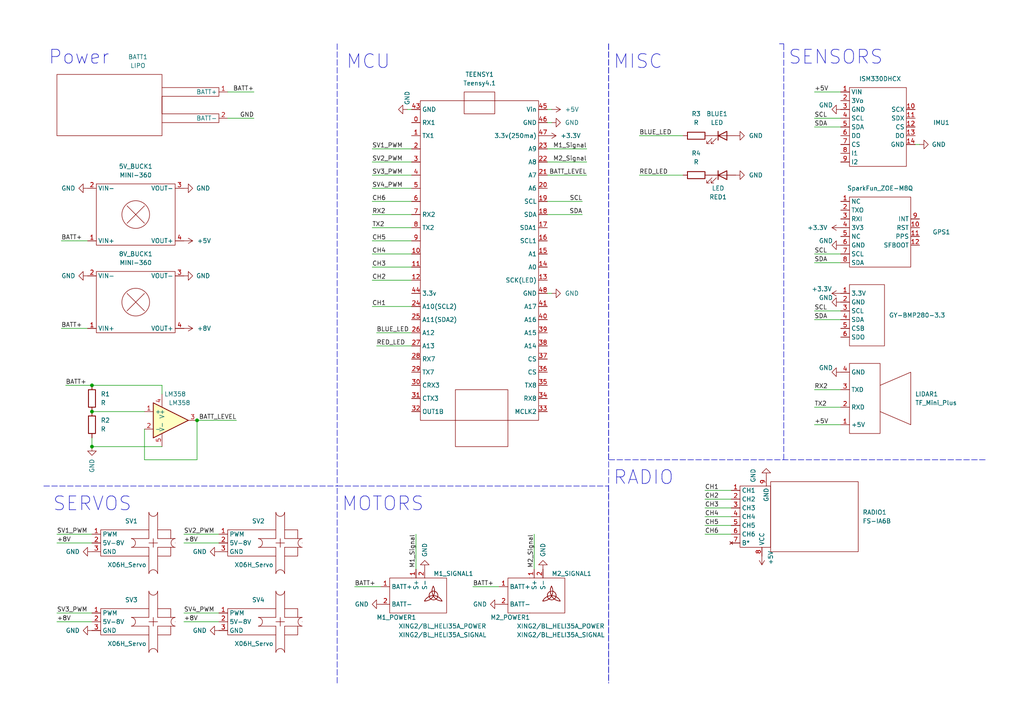
<source format=kicad_sch>
(kicad_sch (version 20211123) (generator eeschema)
  (paper "A4")
  (lib_symbols
    (symbol "ContraHopperSymbols:FS-IA6B"
      (property "Reference" "U" (at 0 -2.54 0))
      (property "Value" "FS-IA6B" (at 0 -5.08 0))
      (symbol "FS-IA6B_0_1"
        (rectangle (start -10.16 7.62) (end 10.16 -17.78))
        (rectangle (start -8.89 16.51) (end 8.89 7.62))
      )
      (symbol "FS-IA6B_1_1"
        (pin bidirectional line (at 7.62 19.05 270) (length 2.54) (name "CH1") (number "1"))
        (pin bidirectional line (at 5.08 19.05 270) (length 2.54) (name "CH2") (number "2"))
        (pin bidirectional line (at 2.54 19.05 270) (length 2.54) (name "CH3") (number "3"))
        (pin bidirectional line (at 0 19.05 270) (length 2.54) (name "CH4") (number "4"))
        (pin bidirectional line (at -2.54 19.05 270) (length 2.54) (name "CH5") (number "5"))
        (pin bidirectional line (at -5.08 19.05 270) (length 2.54) (name "CH6") (number "6"))
        (pin no_connect line (at -7.62 19.05 270) (length 2.54) (name "B*") (number "7"))
        (pin input line (at -11.43 10.16 0) (length 2.54) (name "VCC") (number "8"))
        (pin bidirectional line (at 11.43 8.89 180) (length 2.54) (name "GND") (number "9"))
      )
    )
    (symbol "ContraHopperSymbols:GY-BMP280-3.3"
      (property "Value" "GY-BMP280-3.3" (at 0 6.35 0))
      (symbol "GY-BMP280-3.3_0_1"
        (rectangle (start -8.89 -1.27) (end 8.89 8.89))
      )
      (symbol "GY-BMP280-3.3_1_1"
        (pin input line (at -6.35 -3.81 90) (length 2.54) (name "3.3V") (number "1"))
        (pin bidirectional line (at -3.81 -3.81 90) (length 2.54) (name "GND") (number "2"))
        (pin bidirectional line (at -1.27 -3.81 90) (length 2.54) (name "SCL") (number "3"))
        (pin bidirectional line (at 1.27 -3.81 90) (length 2.54) (name "SDA") (number "4"))
        (pin bidirectional line (at 3.81 -3.81 90) (length 2.54) (name "CSB") (number "5"))
        (pin bidirectional line (at 6.35 -3.81 90) (length 2.54) (name "SDO") (number "6"))
      )
    )
    (symbol "ContraHopperSymbols:ISM330DHCX"
      (property "Reference" "U" (at 0 2.54 0))
      (property "Value" "ISM330DHCX" (at 0 0 0))
      (symbol "ISM330DHCX_0_1"
        (rectangle (start -11.43 8.89) (end 11.43 -7.62))
      )
      (symbol "ISM330DHCX_1_1"
        (pin input line (at -10.16 -10.16 90) (length 2.54) (name "VIN") (number "1"))
        (pin bidirectional line (at -5.08 11.43 270) (length 2.54) (name "SCX") (number "10"))
        (pin bidirectional line (at -2.54 11.43 270) (length 2.54) (name "SDX") (number "11"))
        (pin bidirectional line (at 0 11.43 270) (length 2.54) (name "CS") (number "12"))
        (pin bidirectional line (at 2.54 11.43 270) (length 2.54) (name "DO") (number "13"))
        (pin bidirectional line (at 5.08 11.43 270) (length 2.54) (name "GND") (number "14"))
        (pin input line (at -7.62 -10.16 90) (length 2.54) (name "3Vo") (number "2"))
        (pin bidirectional line (at -5.08 -10.16 90) (length 2.54) (name "GND") (number "3"))
        (pin bidirectional line (at -2.54 -10.16 90) (length 2.54) (name "SCL") (number "4"))
        (pin bidirectional line (at 0 -10.16 90) (length 2.54) (name "SDA") (number "5"))
        (pin bidirectional line (at 2.54 -10.16 90) (length 2.54) (name "DO") (number "6"))
        (pin bidirectional line (at 5.08 -10.16 90) (length 2.54) (name "CS") (number "7"))
        (pin bidirectional line (at 7.62 -10.16 90) (length 2.54) (name "I1") (number "8"))
        (pin bidirectional line (at 10.16 -10.16 90) (length 2.54) (name "I2") (number "9"))
      )
    )
    (symbol "ContraHopperSymbols:LIPO"
      (property "Reference" "U" (at -5.08 -17.78 0))
      (property "Value" "LIPO" (at 0 -17.78 0))
      (symbol "LIPO_0_1"
        (rectangle (start -8.89 15.24) (end 8.89 -15.24))
        (polyline (pts (xy -5.08 15.24) (xy -5.08 31.75) (xy -2.54 31.75) (xy -2.54 15.24) (xy 2.54 15.24) (xy 2.54 31.75) (xy 5.08 31.75) (xy 5.08 15.24)))
      )
      (symbol "LIPO_1_1"
        (pin output line (at -3.81 34.29 270) (length 2.54) (name "BATT+") (number "1"))
        (pin bidirectional line (at 3.81 34.29 270) (length 2.54) (name "BATT-") (number "2"))
      )
    )
    (symbol "ContraHopperSymbols:LM358"
      (property "Reference" "U" (at 2.54 5.08 0))
      (property "Value" "LM358" (at 7.62 -6.35 0))
      (symbol "LM358_0_1"
        (polyline (pts (xy 7.62 0) (xy -2.54 5.08) (xy -2.54 -5.08) (xy 7.62 0)) (stroke (width 0.254)) (fill (type background)))
      )
      (symbol "LM358_1_1"
        (pin bidirectional line (at -5.08 2.54 0) (length 2.54) (name "+") (number "1"))
        (pin bidirectional line (at -5.08 -2.54 0) (length 2.54) (name "-") (number "2"))
        (pin bidirectional line (at 10.16 0 180) (length 2.54) (name "~") (number "3"))
        (pin input line (at 0 7.62 270) (length 3.81) (name "V+") (number "4"))
        (pin bidirectional line (at 0 -7.62 90) (length 3.81) (name "V-") (number "5"))
      )
    )
    (symbol "ContraHopperSymbols:MINI-360"
      (property "Reference" "U" (at 5.08 -10.16 0))
      (property "Value" "MINI-360" (at -1.27 -10.16 0))
      (symbol "MINI-360_0_1"
        (circle (center -0.635 0.635) (radius 4.0161))
        (polyline (pts (xy -3.175 -1.905) (xy 1.905 3.175)))
        (polyline (pts (xy -3.175 3.175) (xy 1.905 -1.905)))
        (rectangle (start 10.795 9.525) (end -12.065 -8.255))
      )
      (symbol "MINI-360_1_1"
        (pin input line (at -14.605 -6.985 0) (length 2.54) (name "VIN+") (number "1"))
        (pin bidirectional line (at -14.605 8.255 0) (length 2.54) (name "VIN-") (number "2"))
        (pin bidirectional line (at 13.335 8.255 180) (length 2.54) (name "VOUT-") (number "3"))
        (pin output line (at 13.335 -6.985 180) (length 2.54) (name "VOUT+") (number "4"))
      )
    )
    (symbol "ContraHopperSymbols:SparkFun_ZOE-M8Q"
      (property "Reference" "U" (at 0 -13.97 0))
      (property "Value" "SparkFun_ZOE-M8Q" (at 0 -11.43 0))
      (symbol "SparkFun_ZOE-M8Q_0_1"
        (rectangle (start 8.89 10.16) (end -8.89 -10.16))
      )
      (symbol "SparkFun_ZOE-M8Q_1_1"
        (pin bidirectional line (at -11.43 8.89 0) (length 2.54) (name "NC") (number "1"))
        (pin bidirectional line (at 11.43 1.27 180) (length 2.54) (name "RST") (number "10"))
        (pin bidirectional line (at 11.43 -1.27 180) (length 2.54) (name "PPS") (number "11"))
        (pin bidirectional line (at 11.43 -3.81 180) (length 2.54) (name "SFBOOT") (number "12"))
        (pin bidirectional line (at -11.43 6.35 0) (length 2.54) (name "TXO") (number "2"))
        (pin bidirectional line (at -11.43 3.81 0) (length 2.54) (name "RXI") (number "3"))
        (pin input line (at -11.43 1.27 0) (length 2.54) (name "3V3") (number "4"))
        (pin bidirectional line (at -11.43 -1.27 0) (length 2.54) (name "NC") (number "5"))
        (pin bidirectional line (at -11.43 -3.81 0) (length 2.54) (name "GND") (number "6"))
        (pin bidirectional line (at -11.43 -6.35 0) (length 2.54) (name "SCL") (number "7"))
        (pin bidirectional line (at -11.43 -8.89 0) (length 2.54) (name "SDA") (number "8"))
        (pin bidirectional line (at 11.43 3.81 180) (length 2.54) (name "INT") (number "9"))
      )
    )
    (symbol "ContraHopperSymbols:TF_Mini_Plus"
      (property "Reference" "U" (at 12.7 5.08 0))
      (property "Value" "TF_Mini_Plus" (at 0 -1.27 0))
      (symbol "TF_Mini_Plus_0_1"
        (rectangle (start -10.16 5.08) (end 10.16 -3.81))
        (polyline (pts (xy -3.81 -3.81) (xy -7.62 -12.7)))
        (polyline (pts (xy -7.62 -12.7) (xy 7.62 -12.7) (xy 3.81 -3.81) (xy 3.81 -3.81)))
      )
      (symbol "TF_Mini_Plus_1_1"
        (pin input line (at -7.62 7.62 270) (length 2.54) (name "+5V") (number "1"))
        (pin bidirectional line (at -2.54 7.62 270) (length 2.54) (name "RXD") (number "2"))
        (pin bidirectional line (at 2.54 7.62 270) (length 2.54) (name "TXD") (number "3"))
        (pin bidirectional line (at 7.62 7.62 270) (length 2.54) (name "GND") (number "4"))
      )
    )
    (symbol "ContraHopperSymbols:Teensy4.1"
      (property "Reference" "U" (at 0 -1.27 0))
      (property "Value" "Teensy4.1" (at 0 -3.81 0))
      (symbol "Teensy4.1_0_0"
        (text "" (at 16.51 20.32 0) (effects (font (size 1.27 1.27))))
      )
      (symbol "Teensy4.1_0_1"
        (rectangle (start -17.78 45.72) (end 16.51 -46.99))
        (rectangle (start -7.62 -38.1) (end 7.62 -54.61))
        (rectangle (start -5.08 41.91) (end 3.81 48.26))
      )
      (symbol "Teensy4.1_1_1"
        (pin bidirectional line (at -20.32 39.37 0) (length 2.54) (name "RX1") (number "0"))
        (pin bidirectional line (at -20.32 35.56 0) (length 2.54) (name "TX1") (number "1"))
        (pin bidirectional line (at -20.32 1.27 0) (length 2.54) (name "") (number "10"))
        (pin bidirectional line (at -20.32 -2.54 0) (length 2.54) (name "") (number "11"))
        (pin bidirectional line (at -20.32 -6.35 0) (length 2.54) (name "") (number "12"))
        (pin bidirectional line (at 19.05 -6.35 180) (length 2.54) (name "SCK(LED)") (number "13"))
        (pin bidirectional line (at 19.05 -2.54 180) (length 2.54) (name "A0") (number "14"))
        (pin bidirectional line (at 19.05 1.27 180) (length 2.54) (name "A1") (number "15"))
        (pin bidirectional line (at 19.05 5.08 180) (length 2.54) (name "SCL1") (number "16"))
        (pin bidirectional line (at 19.05 8.89 180) (length 2.54) (name "SDA1") (number "17"))
        (pin bidirectional line (at 19.05 12.7 180) (length 2.54) (name "SDA") (number "18"))
        (pin bidirectional line (at 19.05 16.51 180) (length 2.54) (name "SCL") (number "19"))
        (pin bidirectional line (at -20.32 31.75 0) (length 2.54) (name "") (number "2"))
        (pin bidirectional line (at 19.05 20.32 180) (length 2.54) (name "A6") (number "20"))
        (pin bidirectional line (at 19.05 24.13 180) (length 2.54) (name "A7") (number "21"))
        (pin bidirectional line (at 19.05 27.94 180) (length 2.54) (name "A8") (number "22"))
        (pin bidirectional line (at 19.05 31.75 180) (length 2.54) (name "A9") (number "23"))
        (pin bidirectional line (at -20.32 -13.97 0) (length 2.54) (name "A10(SCL2)") (number "24"))
        (pin bidirectional line (at -20.32 -17.78 0) (length 2.54) (name "A11(SDA2)") (number "25"))
        (pin bidirectional line (at -20.32 -21.59 0) (length 2.54) (name "A12") (number "26"))
        (pin bidirectional line (at -20.32 -25.4 0) (length 2.54) (name "A13") (number "27"))
        (pin bidirectional line (at -20.32 -29.21 0) (length 2.54) (name "RX7") (number "28"))
        (pin bidirectional line (at -20.32 -33.02 0) (length 2.54) (name "TX7") (number "29"))
        (pin bidirectional line (at -20.32 27.94 0) (length 2.54) (name "") (number "3"))
        (pin bidirectional line (at -20.32 -36.83 0) (length 2.54) (name "CRX3") (number "30"))
        (pin bidirectional line (at -20.32 -40.64 0) (length 2.54) (name "CTX3") (number "31"))
        (pin bidirectional line (at -20.32 -44.45 0) (length 2.54) (name "OUT1B") (number "32"))
        (pin bidirectional line (at 19.05 -44.45 180) (length 2.54) (name "MCLK2") (number "33"))
        (pin bidirectional line (at 19.05 -40.64 180) (length 2.54) (name "RX8") (number "34"))
        (pin bidirectional line (at 19.05 -36.83 180) (length 2.54) (name "TX8") (number "35"))
        (pin bidirectional line (at 19.05 -33.02 180) (length 2.54) (name "CS") (number "36"))
        (pin bidirectional line (at 19.05 -29.21 180) (length 2.54) (name "CS") (number "37"))
        (pin bidirectional line (at 19.05 -25.4 180) (length 2.54) (name "A14") (number "38"))
        (pin bidirectional line (at 19.05 -21.59 180) (length 2.54) (name "A15") (number "39"))
        (pin bidirectional line (at -20.32 24.13 0) (length 2.54) (name "") (number "4"))
        (pin bidirectional line (at 19.05 -17.78 180) (length 2.54) (name "A16") (number "40"))
        (pin bidirectional line (at 19.05 -13.97 180) (length 2.54) (name "A17") (number "41"))
        (pin bidirectional line (at -20.32 43.18 0) (length 2.54) (name "GND") (number "43"))
        (pin bidirectional line (at -20.32 -10.16 0) (length 2.54) (name "3.3v") (number "44"))
        (pin input line (at 19.05 43.18 180) (length 2.54) (name "Vin") (number "45"))
        (pin bidirectional line (at 19.05 39.37 180) (length 2.54) (name "GND") (number "46"))
        (pin output line (at 19.05 35.56 180) (length 2.54) (name "3.3v(250ma)") (number "47"))
        (pin bidirectional line (at 19.05 -10.16 180) (length 2.54) (name "GND") (number "48"))
        (pin bidirectional line (at -20.32 20.32 0) (length 2.54) (name "") (number "5"))
        (pin bidirectional line (at -20.32 16.51 0) (length 2.54) (name "") (number "6"))
        (pin bidirectional line (at -20.32 12.7 0) (length 2.54) (name "RX2") (number "7"))
        (pin bidirectional line (at -20.32 8.89 0) (length 2.54) (name "TX2") (number "8"))
        (pin bidirectional line (at -20.32 5.08 0) (length 2.54) (name "") (number "9"))
      )
    )
    (symbol "ContraHopperSymbols:X06H_Servo"
      (property "Reference" "U" (at -6.35 6.35 0))
      (property "Value" "X06H_Servo" (at -7.62 -6.35 0))
      (symbol "X06H_Servo_0_1"
        (arc (start -6.35 -1.27) (mid -4.9996 0) (end -6.35 1.27))
        (arc (start -1.27 8.89) (mid 0 7.5124) (end 1.27 8.89))
        (polyline (pts (xy -1.27 -8.89) (xy -1.27 -1.27)))
        (polyline (pts (xy -1.27 -1.27) (xy -6.35 -1.27)))
        (polyline (pts (xy -1.27 0) (xy 1.27 0)))
        (polyline (pts (xy -1.27 1.27) (xy -6.35 1.27)))
        (polyline (pts (xy -1.27 1.27) (xy -1.27 8.89)))
        (polyline (pts (xy 0 -1.27) (xy 0 1.27)))
        (polyline (pts (xy 1.27 -1.27) (xy 1.27 -8.89)))
        (polyline (pts (xy 1.27 -1.27) (xy 6.35 -1.27)))
        (polyline (pts (xy 1.27 1.27) (xy 6.35 1.27)))
        (polyline (pts (xy 1.27 3.81) (xy 5.08 3.81)))
        (polyline (pts (xy 1.27 8.89) (xy 1.27 1.27)))
        (polyline (pts (xy 5.08 3.81) (xy 5.08 1.27)))
        (polyline (pts (xy 5.08 -1.27) (xy 5.08 -3.81) (xy 1.27 -3.81)))
        (polyline (pts (xy -1.27 -3.81) (xy -15.24 -3.81) (xy -15.24 3.81) (xy -1.27 3.81)))
        (arc (start 1.27 -8.89) (mid 0 -7.4459) (end -1.27 -8.89))
        (arc (start 6.35 0) (mid 6.35 0) (end 6.35 0))
        (arc (start 6.35 1.27) (mid 4.9995 0) (end 6.35 -1.27))
      )
      (symbol "X06H_Servo_1_1"
        (pin bidirectional line (at -17.78 2.54 0) (length 2.54) (name "PWM") (number "1"))
        (pin input line (at -17.78 0 0) (length 2.54) (name "5V-8V") (number "2"))
        (pin bidirectional line (at -17.78 -2.54 0) (length 2.54) (name "GND") (number "3"))
      )
    )
    (symbol "ContraHopperSymbols:XING2{slash}BL_HELI35A_POWER"
      (property "Reference" "U" (at 8.89 8.89 0))
      (property "Value" "XING2{slash}BL_HELI35A_POWER" (at 2.54 -7.62 0))
      (symbol "XING2{slash}BL_HELI35A_POWER_0_0"
        (circle (center 6.35 0) (radius 1.27))
      )
      (symbol "XING2{slash}BL_HELI35A_POWER_0_1"
        (polyline (pts (xy 0 -5.08) (xy -6.35 -5.08) (xy -6.35 5.08) (xy 0 5.08)))
        (arc (start 3.743 -1.5967) (mid 6.2816 -0.1839) (end 6.283 2.7213))
        (arc (start 6.283 2.7213) (mid 6.3298 -0.1573) (end 8.823 -1.5967))
        (arc (start 8.823 -1.5967) (mid 6.283 -0.0269) (end 3.743 -1.5967))
      )
      (symbol "XING2{slash}BL_HELI35A_POWER_1_1"
        (pin input line (at -8.89 2.54 0) (length 2.54) (name "BATT+") (number "1"))
        (pin bidirectional line (at -8.89 -2.54 0) (length 2.54) (name "BATT-") (number "2"))
      )
    )
    (symbol "ContraHopperSymbols:XING2{slash}BL_HELI35A_SIGNAL"
      (property "Reference" "U" (at 8.89 8.89 0))
      (property "Value" "XING2{slash}BL_HELI35A_SIGNAL" (at 2.54 -7.62 0))
      (symbol "XING2{slash}BL_HELI35A_SIGNAL_0_0"
        (circle (center 6.35 0) (radius 1.27))
      )
      (symbol "XING2{slash}BL_HELI35A_SIGNAL_0_1"
        (polyline (pts (xy 0 -5.08) (xy 10.16 -5.08) (xy 10.16 5.08) (xy 0 5.08)))
        (arc (start 3.743 -1.5967) (mid 6.2816 -0.1839) (end 6.283 2.7213))
        (arc (start 6.283 2.7213) (mid 6.3298 -0.1573) (end 8.823 -1.5967))
        (arc (start 8.823 -1.5967) (mid 6.283 -0.0269) (end 3.743 -1.5967))
      )
      (symbol "XING2{slash}BL_HELI35A_SIGNAL_1_1"
        (pin bidirectional line (at 1.27 7.62 270) (length 2.54) (name "S+") (number "1"))
        (pin bidirectional line (at 3.81 7.62 270) (length 2.54) (name "S-") (number "2"))
      )
    )
    (symbol "Device:LED" (pin_numbers hide) (pin_names (offset 1.016) hide)
      (property "Reference" "D" (at 0 2.54 0))
      (property "Value" "LED" (at 0 -2.54 0))
      (symbol "LED_0_1"
        (polyline (pts (xy -1.27 -1.27) (xy -1.27 1.27)) (stroke (width 0.254)))
        (polyline (pts (xy -1.27 0) (xy 1.27 0)))
        (polyline (pts (xy 1.27 -1.27) (xy 1.27 1.27) (xy -1.27 0) (xy 1.27 -1.27)) (stroke (width 0.254)))
        (polyline (pts (xy -3.048 -0.762) (xy -4.572 -2.286) (xy -3.81 -2.286) (xy -4.572 -2.286) (xy -4.572 -1.524)))
        (polyline (pts (xy -1.778 -0.762) (xy -3.302 -2.286) (xy -2.54 -2.286) (xy -3.302 -2.286) (xy -3.302 -1.524)))
      )
      (symbol "LED_1_1"
        (pin passive line (at -3.81 0 0) (length 2.54) (name "K") (number "1"))
        (pin passive line (at 3.81 0 180) (length 2.54) (name "A") (number "2"))
      )
    )
    (symbol "Device:R" (pin_numbers hide) (pin_names (offset 0))
      (property "Reference" "R" (at 2.032 0 90))
      (property "Value" "R" (at 0 0 90))
      (symbol "R_0_1"
        (rectangle (start -1.016 -2.54) (end 1.016 2.54) (stroke (width 0.254)))
      )
      (symbol "R_1_1"
        (pin passive line (at 0 3.81 270) (length 1.27) (name "~") (number "1"))
        (pin passive line (at 0 -3.81 90) (length 1.27) (name "~") (number "2"))
      )
    )
    (symbol "XING2{slash}BL_HELI35A_POWER_1"
      (property "Reference" "U" (at 8.89 8.89 0))
      (property "Value" "XING2{slash}BL_HELI35A_POWER_1" (at 2.54 -7.62 0))
      (symbol "XING2{slash}BL_HELI35A_POWER_1_0_0"
        (circle (center 6.35 0) (radius 1.27))
      )
      (symbol "XING2{slash}BL_HELI35A_POWER_1_0_1"
        (polyline (pts (xy 0 -5.08) (xy -6.35 -5.08) (xy -6.35 5.08) (xy 0 5.08)))
        (arc (start 3.743 -1.5967) (mid 6.2816 -0.1839) (end 6.283 2.7213))
        (arc (start 6.283 2.7213) (mid 6.3298 -0.1573) (end 8.823 -1.5967))
        (arc (start 8.823 -1.5967) (mid 6.283 -0.0269) (end 3.743 -1.5967))
      )
      (symbol "XING2{slash}BL_HELI35A_POWER_1_1_1"
        (pin input line (at -8.89 2.54 0) (length 2.54) (name "BATT+") (number "1"))
        (pin bidirectional line (at -8.89 -2.54 0) (length 2.54) (name "BATT-") (number "2"))
      )
    )
    (symbol "power:+3.3V" (power) (pin_names (offset 0))
      (property "Value" "+3.3V" (at 0 3.556 0))
      (symbol "+3.3V_0_1"
        (polyline (pts (xy -0.762 1.27) (xy 0 2.54)))
        (polyline (pts (xy 0 0) (xy 0 2.54)))
        (polyline (pts (xy 0 2.54) (xy 0.762 1.27)))
      )
      (symbol "+3.3V_1_1"
        (pin power_in line (at 0 0 90) (length 0) hide (name "+3.3V") (number "1"))
      )
    )
    (symbol "power:+5V" (power) (pin_names (offset 0))
      (property "Value" "+5V" (at 0 3.556 0))
      (symbol "+5V_0_1"
        (polyline (pts (xy -0.762 1.27) (xy 0 2.54)))
        (polyline (pts (xy 0 0) (xy 0 2.54)))
        (polyline (pts (xy 0 2.54) (xy 0.762 1.27)))
      )
      (symbol "+5V_1_1"
        (pin power_in line (at 0 0 90) (length 0) hide (name "+5V") (number "1"))
      )
    )
    (symbol "power:+8V" (power) (pin_names (offset 0))
      (property "Value" "+8V" (at 0 3.556 0))
      (symbol "+8V_0_1"
        (polyline (pts (xy -0.762 1.27) (xy 0 2.54)))
        (polyline (pts (xy 0 0) (xy 0 2.54)))
        (polyline (pts (xy 0 2.54) (xy 0.762 1.27)))
      )
      (symbol "+8V_1_1"
        (pin power_in line (at 0 0 90) (length 0) hide (name "+8V") (number "1"))
      )
    )
    (symbol "power:GND" (power) (pin_names (offset 0))
      (property "Value" "GND" (at 0 -3.81 0))
      (symbol "GND_0_1"
        (polyline (pts (xy 0 0) (xy 0 -1.27) (xy 1.27 -1.27) (xy 0 -2.54) (xy -1.27 -1.27) (xy 0 -1.27)))
      )
      (symbol "GND_1_1"
        (pin power_in line (at 0 0 270) (length 0) hide (name "GND") (number "1"))
      )
    )
  )
  (junction (at 57.15 121.92))
  (junction (at 26.67 129.54))
  (junction (at 26.67 111.76))
  (junction (at 26.67 119.38))
  (wire (pts (xy 107.95 69.85) (xy 119.38 69.85)))
  (wire (pts (xy 107.95 54.61) (xy 119.38 54.61)))
  (wire (pts (xy 66.04 34.29) (xy 73.66 34.29)))
  (wire (pts (xy 109.22 100.33) (xy 119.38 100.33)))
  (wire (pts (xy 110.49 170.18) (xy 102.87 170.18)))
  (wire (pts (xy 107.95 81.28) (xy 119.38 81.28)))
  (wire (pts (xy 26.67 119.38) (xy 41.91 119.38)))
  (wire (pts (xy 144.78 170.18) (xy 137.16 170.18)))
  (wire (pts (xy 63.5 180.34) (xy 53.34 180.34)))
  (wire (pts (xy 63.5 177.8) (xy 53.34 177.8)))
  (wire (pts (xy 212.09 152.4) (xy 204.47 152.4)))
  (wire (pts (xy 107.95 77.47) (xy 119.38 77.47)))
  (wire (pts (xy 154.94 165.1) (xy 154.94 154.94)))
  (wire (pts (xy 107.95 58.42) (xy 119.38 58.42)))
  (wire (pts (xy 185.42 50.8) (xy 198.12 50.8)))
  (wire (pts (xy 107.95 88.9) (xy 119.38 88.9)))
  (wire (pts (xy 212.09 154.94) (xy 204.47 154.94)))
  (wire (pts (xy 243.84 118.11) (xy 236.22 118.11)))
  (polyline (pts (xy 227.33 133.35) (xy 227.33 12.7)))
  (wire (pts (xy 26.67 154.94) (xy 16.51 154.94)))
  (wire (pts (xy 236.22 73.66) (xy 243.84 73.66)))
  (polyline (pts (xy 285.75 133.35) (xy 176.53 133.35)))
  (wire (pts (xy 236.22 76.2) (xy 243.84 76.2)))
  (polyline (pts (xy 176.53 12.7) (xy 176.53 133.35)))
  (wire (pts (xy 57.15 133.35) (xy 41.91 133.35)))
  (wire (pts (xy 243.84 123.19) (xy 236.22 123.19)))
  (wire (pts (xy 160.02 85.09) (xy 158.75 85.09)))
  (wire (pts (xy 236.22 90.17) (xy 243.84 90.17)))
  (wire (pts (xy 46.99 111.76) (xy 46.99 114.3)))
  (polyline (pts (xy 97.79 140.97) (xy 176.53 140.97)))
  (polyline (pts (xy 97.79 12.7) (xy 97.79 140.97)))
  (wire (pts (xy 107.95 43.18) (xy 119.38 43.18)))
  (polyline (pts (xy 176.53 12.7) (xy 176.53 198.12)))
  (wire (pts (xy 107.95 46.99) (xy 119.38 46.99)))
  (wire (pts (xy 107.95 66.04) (xy 119.38 66.04)))
  (wire (pts (xy 25.4 69.85) (xy 17.78 69.85)))
  (wire (pts (xy 118.11 31.75) (xy 119.38 31.75)))
  (wire (pts (xy 109.22 96.52) (xy 119.38 96.52)))
  (wire (pts (xy 26.67 180.34) (xy 16.51 180.34)))
  (polyline (pts (xy 97.79 198.12) (xy 97.79 140.97)))
  (wire (pts (xy 25.4 95.25) (xy 17.78 95.25)))
  (wire (pts (xy 243.84 113.03) (xy 236.22 113.03)))
  (wire (pts (xy 26.67 111.76) (xy 19.05 111.76)))
  (wire (pts (xy 266.7 41.91) (xy 265.43 41.91)))
  (wire (pts (xy 158.75 50.8) (xy 170.18 50.8)))
  (wire (pts (xy 158.75 31.75) (xy 160.02 31.75)))
  (wire (pts (xy 158.75 62.23) (xy 168.91 62.23)))
  (wire (pts (xy 107.95 62.23) (xy 119.38 62.23)))
  (wire (pts (xy 212.09 142.24) (xy 204.47 142.24)))
  (wire (pts (xy 57.15 121.92) (xy 57.15 133.35)))
  (wire (pts (xy 236.22 36.83) (xy 243.84 36.83)))
  (wire (pts (xy 236.22 34.29) (xy 243.84 34.29)))
  (wire (pts (xy 212.09 144.78) (xy 204.47 144.78)))
  (polyline (pts (xy 226.06 12.7) (xy 227.33 12.7)))
  (wire (pts (xy 46.99 129.54) (xy 26.67 129.54)))
  (wire (pts (xy 236.22 26.67) (xy 243.84 26.67)))
  (wire (pts (xy 63.5 157.48) (xy 53.34 157.48)))
  (polyline (pts (xy 12.7 140.97) (xy 97.79 140.97)))
  (wire (pts (xy 66.04 26.67) (xy 73.66 26.67)))
  (wire (pts (xy 26.67 111.76) (xy 46.99 111.76)))
  (wire (pts (xy 107.95 50.8) (xy 119.38 50.8)))
  (wire (pts (xy 170.18 46.99) (xy 158.75 46.99)))
  (wire (pts (xy 212.09 149.86) (xy 204.47 149.86)))
  (wire (pts (xy 63.5 154.94) (xy 53.34 154.94)))
  (wire (pts (xy 57.15 121.92) (xy 68.58 121.92)))
  (wire (pts (xy 236.22 92.71) (xy 243.84 92.71)))
  (wire (pts (xy 41.91 133.35) (xy 41.91 124.46)))
  (wire (pts (xy 160.02 35.56) (xy 158.75 35.56)))
  (wire (pts (xy 26.67 129.54) (xy 26.67 127)))
  (wire (pts (xy 212.09 147.32) (xy 204.47 147.32)))
  (wire (pts (xy 170.18 43.18) (xy 158.75 43.18)))
  (wire (pts (xy 158.75 58.42) (xy 168.91 58.42)))
  (wire (pts (xy 120.65 165.1) (xy 120.65 154.94)))
  (wire (pts (xy 26.67 157.48) (xy 16.51 157.48)))
  (wire (pts (xy 107.95 73.66) (xy 119.38 73.66)))
  (wire (pts (xy 26.67 177.8) (xy 16.51 177.8)))
  (polyline (pts (xy 176.53 140.97) (xy 176.53 198.12)))
  (wire (pts (xy 185.42 39.37) (xy 198.12 39.37)))
  (text "Power" (at 13.97 19.05 0) (effects (font (size 4 4)) (justify left bottom)))
  (text "MOTORS" (at 99.06 148.59 0) (effects (font (size 4 4)) (justify left bottom)))
  (text "RADIO" (at 177.8 140.97 0) (effects (font (size 4 4)) (justify left bottom)))
  (text "MISC" (at 177.8 20.32 0) (effects (font (size 4 4)) (justify left bottom)))
  (text "SERVOS" (at 15.24 148.59 0) (effects (font (size 4 4)) (justify left bottom)))
  (text "SENSORS" (at 228.6 19.05 0) (effects (font (size 4 4)) (justify left bottom)))
  (text "MCU" (at 100.33 20.32 0) (effects (font (size 4 4)) (justify left bottom)))
  (label "RED_LED" (at 109.22 100.33 0))
  (label "+5V" (at 236.22 26.67 0))
  (label "M1_Signal" (at 170.18 43.18 180))
  (label "BATT+" (at 17.78 95.25 0))
  (label "RX2" (at 107.95 62.23 0))
  (label "RED_LED" (at 185.42 50.8 0))
  (label "BATT+" (at 73.66 26.67 180))
  (label "SV4_PWM" (at 53.34 177.8 0))
  (label "+8V" (at 16.51 180.34 0))
  (label "CH3" (at 204.47 147.32 0))
  (label "BATT_LEVEL" (at 68.58 121.92 180))
  (label "+5V" (at 236.22 123.19 0))
  (label "SV2_PWM" (at 53.34 154.94 0))
  (label "CH1" (at 107.95 88.9 0))
  (label "BATT+" (at 137.16 170.18 0))
  (label "SCL" (at 236.22 73.66 0))
  (label "CH2" (at 107.95 81.28 0))
  (label "TX2" (at 236.22 118.11 0))
  (label "M2_Signal" (at 170.18 46.99 180))
  (label "SV1_PWM" (at 16.51 154.94 0))
  (label "TX2" (at 107.95 66.04 0))
  (label "CH5" (at 204.47 152.4 0))
  (label "BLUE_LED" (at 185.42 39.37 0))
  (label "CH6" (at 204.47 154.94 0))
  (label "SCL" (at 236.22 34.29 0))
  (label "BLUE_LED" (at 109.22 96.52 0))
  (label "SCL" (at 168.91 58.42 180))
  (label "BATT+" (at 19.05 111.76 0))
  (label "GND" (at 73.66 34.29 180))
  (label "SV4_PWM" (at 107.95 54.61 0))
  (label "CH2" (at 204.47 144.78 0))
  (label "BATT+" (at 17.78 69.85 0))
  (label "+8V" (at 16.51 157.48 0))
  (label "+8V" (at 53.34 157.48 0))
  (label "RX2" (at 236.22 113.03 0))
  (label "CH4" (at 107.95 73.66 0))
  (label "M1_Signal" (at 120.65 154.94 270))
  (label "SDA" (at 236.22 36.83 0))
  (label "SDA" (at 236.22 76.2 0))
  (label "SV3_PWM" (at 16.51 177.8 0))
  (label "BATT+" (at 102.87 170.18 0))
  (label "CH3" (at 107.95 77.47 0))
  (label "SV3_PWM" (at 107.95 50.8 0))
  (label "CH6" (at 107.95 58.42 0))
  (label "BATT_LEVEL" (at 170.18 50.8 180))
  (label "CH1" (at 204.47 142.24 0))
  (label "SCL" (at 236.22 90.17 0))
  (label "M2_Signal" (at 154.94 154.94 270))
  (label "SDA" (at 168.91 62.23 180))
  (label "CH4" (at 204.47 149.86 0))
  (label "CH5" (at 107.95 69.85 0))
  (label "+8V" (at 53.34 180.34 0))
  (label "SV1_PWM" (at 107.95 43.18 0))
  (label "SDA" (at 236.22 92.71 0))
  (label "SV2_PWM" (at 107.95 46.99 0))
  (symbol (lib_id "ContraHopperSymbols:GY-BMP280-3.3") (at 247.65 91.44 270) (unit 1)
    (property "Reference" "BARO1" (effects hide))
    (property "Value" "GY-BMP280-3.3" (at 257.81 91.4399 90) (effects (justify left)))
    (property "Footprint" "UserKiCadFootprints:JST_XH_4pin" (effects hide))
  )
  (symbol (lib_id "power:GND") (at 144.78 175.26 270) (unit 1)
    (property "Reference" "#PWR0128" (effects hide))
    (property "Value" "GND" (at 137.16 175.26 90) (effects (justify left)))
  )
  (symbol (lib_id "power:GND") (at 266.7 41.91 90) (unit 1)
    (property "Reference" "#PWR0117" (effects hide))
    (property "Value" "GND" (at 274.32 41.91 90) (effects (justify left)))
  )
  (symbol (lib_id "Device:R") (at 26.67 123.19 0) (unit 1)
    (property "Reference" "R2" (at 29.21 121.9199 0) (effects (justify left)))
    (property "Value" "R" (at 29.21 124.4599 0) (effects (justify left)))
    (property "Footprint" "UserKiCadFootprints:pinhole_resistor" (effects hide))
  )
  (symbol (lib_id "power:GND") (at 25.4 54.61 270) (unit 1)
    (property "Reference" "#PWR0105" (effects hide))
    (property "Value" "GND" (at 17.78 54.61 90) (effects (justify left)))
  )
  (symbol (lib_id "ContraHopperSymbols:X06H_Servo") (at 44.45 180.34 0) (unit 1)
    (property "Reference" "SV3" (at 38.1 173.99 0))
    (property "Value" "X06H_Servo" (at 36.83 186.69 0))
    (property "Footprint" "UserKiCadFootprints:JST_XH_3pin" (effects hide))
  )
  (symbol (lib_id "power:GND") (at 63.5 182.88 270) (unit 1)
    (property "Reference" "#PWR0131" (effects hide))
    (property "Value" "GND" (at 55.88 182.88 90) (effects (justify left)))
  )
  (symbol (lib_id "ContraHopperSymbols:X06H_Servo") (at 81.28 157.48 0) (unit 1)
    (property "Reference" "SV2" (at 74.93 151.13 0))
    (property "Value" "X06H_Servo" (at 73.66 163.83 0))
    (property "Footprint" "UserKiCadFootprints:JST_XH_3pin" (effects hide))
  )
  (symbol (lib_id "power:GND") (at 118.11 31.75 270) (unit 1)
    (property "Reference" "#PWR0124" (effects hide))
    (property "Value" "GND" (at 118.11 30.48 0) (effects (justify right)))
  )
  (symbol (lib_id "ContraHopperSymbols:X06H_Servo") (at 44.45 157.48 0) (unit 1)
    (property "Reference" "SV1" (at 38.1 151.13 0))
    (property "Value" "X06H_Servo" (at 36.83 163.83 0))
    (property "Footprint" "UserKiCadFootprints:JST_XH_3pin" (effects hide))
  )
  (symbol (lib_id "power:GND") (at 160.02 35.56 90) (unit 1)
    (property "Reference" "#PWR0122" (effects hide))
    (property "Value" "GND" (at 163.83 35.5599 90) (effects (justify right)))
  )
  (symbol (lib_id "power:GND") (at 110.49 175.26 270) (unit 1)
    (property "Reference" "#PWR0126" (effects hide))
    (property "Value" "GND" (at 102.87 175.26 90) (effects (justify left)))
  )
  (symbol (lib_id "power:GND") (at 222.25 138.43 180) (unit 1)
    (property "Reference" "#PWR0106" (effects hide))
    (property "Value" "GND" (at 218.44 135.89 90) (effects (justify left)))
  )
  (symbol (lib_id "power:GND") (at 213.36 39.37 90) (unit 1)
    (property "Reference" "#PWR0111" (effects hide))
    (property "Value" "GND" (at 217.17 39.3699 90) (effects (justify right)))
  )
  (symbol (lib_id "ContraHopperSymbols:LIPO") (at 31.75 30.48 270) (unit 1)
    (property "Reference" "BATT1" (at 40.005 16.51 90))
    (property "Value" "LIPO" (at 40.005 19.05 90))
    (property "Footprint" "UserKiCadFootprints:XT60_MOUNT" (effects hide))
  )
  (symbol (lib_id "power:GND") (at 25.4 80.01 270) (unit 1)
    (property "Reference" "#PWR0112" (effects hide))
    (property "Value" "GND" (at 17.78 80.01 90) (effects (justify left)))
  )
  (symbol (lib_id "power:GND") (at 53.34 80.01 90) (unit 1)
    (property "Reference" "#PWR0103" (effects hide))
    (property "Value" "GND" (at 60.96 80.01 90) (effects (justify left)))
  )
  (symbol (lib_id "power:+8V") (at 53.34 95.25 270) (unit 1)
    (property "Reference" "#PWR0104" (effects hide))
    (property "Value" "+8V" (at 57.15 95.2499 90) (effects (justify left)))
  )
  (symbol (lib_id "power:GND") (at 26.67 160.02 270) (unit 1)
    (property "Reference" "#PWR0125" (effects hide))
    (property "Value" "GND" (at 19.05 160.02 90) (effects (justify left)))
  )
  (symbol (lib_id "power:GND") (at 157.48 165.1 180) (unit 1)
    (property "Reference" "#PWR0119" (effects hide))
    (property "Value" "GND" (at 157.48 157.48 90) (effects (justify left)))
  )
  (symbol (lib_id "ContraHopperSymbols:LM358") (at 46.99 121.92 0) (unit 1)
    (property "Reference" "LM358" (at 50.8 114.3 0))
    (property "Value" "LM358" (at 52.07 116.84 0))
    (property "Footprint" "UserKiCadFootprints:LM358" (effects hide))
  )
  (symbol (lib_id "power:GND") (at 26.67 129.54 0) (unit 1)
    (property "Reference" "#PWR0129" (effects hide))
    (property "Value" "GND" (at 26.67 137.16 90) (effects (justify left)))
  )
  (symbol (lib_id "ContraHopperSymbols:XING2{slash}BL_HELI35A_SIGNAL") (at 119.38 172.72 0) (unit 1)
    (property "Reference" "M1_SIGNAL1" (at 125.73 166.37 0) (effects (justify left)))
    (property "Value" "XING2/BL_HELI35A_SIGNAL" (at 115.57 184.15 0) (effects (justify left)))
    (property "Footprint" "UserKiCadFootprints:JST_XH_2pin" (effects hide))
  )
  (symbol (lib_id "power:+3.3V") (at 158.75 39.37 270) (unit 1)
    (property "Reference" "#PWR0121" (effects hide))
    (property "Value" "+3.3V" (at 162.56 39.3699 90) (effects (justify left)))
  )
  (symbol (lib_id "power:+5V") (at 220.98 161.29 180) (unit 1)
    (property "Reference" "#PWR0110" (effects hide))
    (property "Value" "+5V" (at 223.52 163.83 90) (effects (justify right)))
  )
  (symbol (lib_id "ContraHopperSymbols:FS-IA6B") (at 231.14 149.86 90) (unit 1)
    (property "Reference" "RADIO1" (at 250.19 148.5899 90) (effects (justify right)))
    (property "Value" "FS-IA6B" (at 250.19 151.1299 90) (effects (justify right)))
    (property "Footprint" "UserKiCadFootprints:FS-IA6B" (effects hide))
  )
  (symbol (lib_id "Device:R") (at 201.93 50.8 270) (unit 1)
    (property "Reference" "R4" (at 201.93 44.45 90))
    (property "Value" "R" (at 201.93 46.99 90))
    (property "Footprint" "UserKiCadFootprints:pinhole_resistor" (effects hide))
  )
  (symbol (lib_id "power:+5V") (at 160.02 31.75 270) (unit 1)
    (property "Reference" "#PWR0120" (effects hide))
    (property "Value" "+5V" (at 163.83 31.7499 90) (effects (justify left)))
  )
  (symbol (lib_id "power:GND") (at 243.84 31.75 270) (unit 1)
    (property "Reference" "#PWR0113" (effects hide))
    (property "Value" "GND" (at 237.49 30.48 90) (effects (justify left)))
  )
  (symbol (lib_id "ContraHopperSymbols:XING2{slash}BL_HELI35A_SIGNAL") (at 153.67 172.72 0) (unit 1)
    (property "Reference" "M2_SIGNAL1" (at 160.02 166.37 0) (effects (justify left)))
    (property "Value" "XING2/BL_HELI35A_SIGNAL" (at 149.86 184.15 0) (effects (justify left)))
    (property "Footprint" "UserKiCadFootprints:JST_XH_2pin" (effects hide))
  )
  (symbol (lib_id "ContraHopperSymbols:XING2{slash}BL_HELI35A_POWER") (at 153.67 172.72 0) (unit 1)
    (property "Reference" "M2_POWER1" (at 142.24 179.07 0) (effects (justify left)))
    (property "Value" "XING2/BL_HELI35A_POWER" (at 149.86 181.61 0) (effects (justify left)))
    (property "Footprint" "UserKiCadFootprints:ESC_POWER" (effects hide))
  )
  (symbol (lib_id "ContraHopperSymbols:MINI-360") (at 40.005 88.265 0) (unit 1)
    (property "Reference" "8V_BUCK1" (at 39.37 73.66 0))
    (property "Value" "MINI-360" (at 39.37 76.2 0))
    (property "Footprint" "UserKiCadFootprints:MINI_360" (effects hide))
  )
  (symbol (lib_id "power:GND") (at 160.02 85.09 90) (unit 1)
    (property "Reference" "#PWR0118" (effects hide))
    (property "Value" "GND" (at 163.83 85.0899 90) (effects (justify right)))
  )
  (symbol (lib_id "ContraHopperSymbols:Teensy4.1") (at 139.7 74.93 0) (unit 1)
    (property "Reference" "TEENSY1" (at 139.1047 21.59 0))
    (property "Value" "Teensy4.1" (at 139.1047 24.13 0))
    (property "Footprint" "UserKiCadFootprints:Teensy4.1" (effects hide))
  )
  (symbol (lib_name "XING2{slash}BL_HELI35A_POWER_1") (lib_id "ContraHopperSymbols:XING2{slash}BL_HELI35A_POWER") (at 119.38 172.72 0) (unit 1)
    (property "Reference" "M1_POWER1" (at 109.22 179.07 0) (effects (justify left)))
    (property "Value" "XING2/BL_HELI35A_POWER" (at 115.57 181.61 0) (effects (justify left)))
    (property "Footprint" "UserKiCadFootprints:ESC_POWER" (effects hide))
  )
  (symbol (lib_id "power:+3.3V") (at 243.84 85.09 90) (unit 1)
    (property "Reference" "#PWR0107" (effects hide))
    (property "Value" "+3.3V" (at 241.3 83.82 90) (effects (justify left)))
  )
  (symbol (lib_id "power:GND") (at 243.84 107.95 270) (unit 1)
    (property "Reference" "#PWR0108" (effects hide))
    (property "Value" "GND" (at 237.49 106.68 90) (effects (justify left)))
  )
  (symbol (lib_id "power:GND") (at 123.19 165.1 180) (unit 1)
    (property "Reference" "#PWR0123" (effects hide))
    (property "Value" "GND" (at 123.19 157.48 90) (effects (justify left)))
  )
  (symbol (lib_id "ContraHopperSymbols:TF_Mini_Plus") (at 251.46 115.57 90) (unit 1)
    (property "Reference" "LIDAR1" (at 265.43 114.2999 90) (effects (justify right)))
    (property "Value" "TF_Mini_Plus" (at 265.43 116.8399 90) (effects (justify right)))
    (property "Footprint" "UserKiCadFootprints:JST_XH_4pin" (effects hide))
  )
  (symbol (lib_id "Device:R") (at 201.93 39.37 270) (unit 1)
    (property "Reference" "R3" (at 201.93 33.02 90))
    (property "Value" "R" (at 201.93 35.56 90))
    (property "Footprint" "UserKiCadFootprints:pinhole_resistor" (effects hide))
  )
  (symbol (lib_id "power:GND") (at 53.34 54.61 90) (unit 1)
    (property "Reference" "#PWR0101" (effects hide))
    (property "Value" "GND" (at 60.96 54.61 90) (effects (justify left)))
  )
  (symbol (lib_id "ContraHopperSymbols:SparkFun_ZOE-M8Q") (at 255.27 67.31 0) (unit 1)
    (property "Reference" "GPS1" (at 273.05 67.31 0))
    (property "Value" "SparkFun_ZOE-M8Q" (at 255.27 54.61 0))
    (property "Footprint" "UserKiCadFootprints:SparkFun_ZOEM8Q" (effects hide))
  )
  (symbol (lib_id "power:GND") (at 26.67 182.88 270) (unit 1)
    (property "Reference" "#PWR0127" (effects hide))
    (property "Value" "GND" (at 19.05 182.88 90) (effects (justify left)))
  )
  (symbol (lib_id "power:GND") (at 243.84 71.12 270) (unit 1)
    (property "Reference" "#PWR0116" (effects hide))
    (property "Value" "GND" (at 237.49 69.85 90) (effects (justify left)))
  )
  (symbol (lib_id "power:GND") (at 63.5 160.02 270) (unit 1)
    (property "Reference" "#PWR0130" (effects hide))
    (property "Value" "GND" (at 55.88 160.02 90) (effects (justify left)))
  )
  (symbol (lib_id "power:+3.3V") (at 243.84 66.04 90) (unit 1)
    (property "Reference" "#PWR0114" (effects hide))
    (property "Value" "+3.3V" (at 240.03 66.0399 90) (effects (justify left)))
  )
  (symbol (lib_id "ContraHopperSymbols:X06H_Servo") (at 81.28 180.34 0) (unit 1)
    (property "Reference" "SV4" (at 74.93 173.99 0))
    (property "Value" "X06H_Servo" (at 73.66 186.69 0))
    (property "Footprint" "UserKiCadFootprints:JST_XH_3pin" (effects hide))
  )
  (symbol (lib_id "Device:LED") (at 209.55 50.8 0) (unit 1)
    (property "Reference" "RED1" (at 208.28 57.15 0))
    (property "Value" "LED" (at 208.28 54.61 0))
    (property "Footprint" "UserKiCadFootprints:LED" (effects hide))
  )
  (symbol (lib_id "ContraHopperSymbols:ISM330DHCX") (at 254 36.83 270) (unit 1)
    (property "Reference" "IMU1" (at 273.05 35.56 90))
    (property "Value" "ISM330DHCX" (at 255.27 22.86 90))
    (property "Footprint" "UserKiCadFootprints:ISM330DHCX" (effects hide))
  )
  (symbol (lib_id "ContraHopperSymbols:MINI-360") (at 40.005 62.865 0) (unit 1)
    (property "Reference" "5V_BUCK1" (at 39.37 48.26 0))
    (property "Value" "MINI-360" (at 39.37 50.8 0))
    (property "Footprint" "UserKiCadFootprints:MINI_360" (effects hide))
  )
  (symbol (lib_id "power:+5V") (at 53.34 69.85 270) (unit 1)
    (property "Reference" "#PWR0102" (effects hide))
    (property "Value" "+5V" (at 57.15 69.8499 90) (effects (justify left)))
  )
  (symbol (lib_id "power:GND") (at 213.36 50.8 90) (unit 1)
    (property "Reference" "#PWR0115" (effects hide))
    (property "Value" "GND" (at 217.17 50.7999 90) (effects (justify right)))
  )
  (symbol (lib_id "Device:R") (at 26.67 115.57 0) (unit 1)
    (property "Reference" "R1" (at 29.21 114.2999 0) (effects (justify left)))
    (property "Value" "R" (at 29.21 116.8399 0) (effects (justify left)))
    (property "Footprint" "UserKiCadFootprints:pinhole_resistor" (effects hide))
  )
  (symbol (lib_id "Device:LED") (at 209.55 39.37 0) (unit 1)
    (property "Reference" "BLUE1" (at 207.9625 33.02 0))
    (property "Value" "LED" (at 207.9625 35.56 0))
    (property "Footprint" "UserKiCadFootprints:LED" (effects hide))
  )
  (symbol (lib_id "power:GND") (at 243.84 87.63 270) (unit 1)
    (property "Reference" "#PWR0109" (effects hide))
    (property "Value" "GND" (at 237.49 86.36 90) (effects (justify left)))
  )
)
</source>
